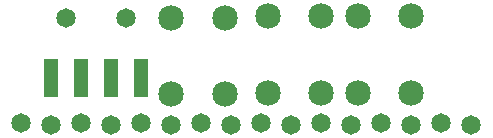
<source format=gbs>
G04 MADE WITH FRITZING*
G04 WWW.FRITZING.ORG*
G04 SINGLE SIDED*
G04 HOLES NOT PLATED*
G04 CONTOUR ON CENTER OF CONTOUR VECTOR*
%ASAXBY*%
%FSLAX23Y23*%
%MOIN*%
%OFA0B0*%
%SFA1.0B1.0*%
%ADD10C,0.085000*%
%ADD11C,0.065000*%
%ADD12C,0.065118*%
%ADD13R,0.049370X0.128110*%
%LNMASK0*%
G90*
G70*
G54D10*
X748Y437D03*
X748Y182D03*
X571Y437D03*
X571Y182D03*
X1071Y443D03*
X1071Y187D03*
X894Y443D03*
X894Y187D03*
X1371Y443D03*
X1371Y187D03*
X1194Y443D03*
X1194Y187D03*
G54D11*
X71Y87D03*
X171Y79D03*
X271Y87D03*
X371Y79D03*
X471Y87D03*
X571Y79D03*
X671Y87D03*
X771Y79D03*
X871Y87D03*
X971Y79D03*
X1071Y87D03*
X1171Y79D03*
X1271Y87D03*
X1371Y79D03*
X1471Y87D03*
X1571Y79D03*
G54D12*
X221Y434D03*
X421Y434D03*
X221Y434D03*
X421Y434D03*
X221Y434D03*
X421Y434D03*
G54D13*
X471Y237D03*
X371Y237D03*
X271Y237D03*
X171Y237D03*
G04 End of Mask0*
M02*
</source>
